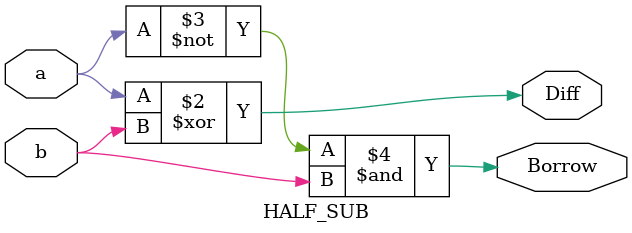
<source format=v>
`timescale 1ns / 1ps


module HALF_SUB(
    input a,b,
    output reg Diff,Borrow
    );
    always @(*)
    begin
        Diff   = a ^ b;
        Borrow = (~a) &b;
    end
endmodule

</source>
